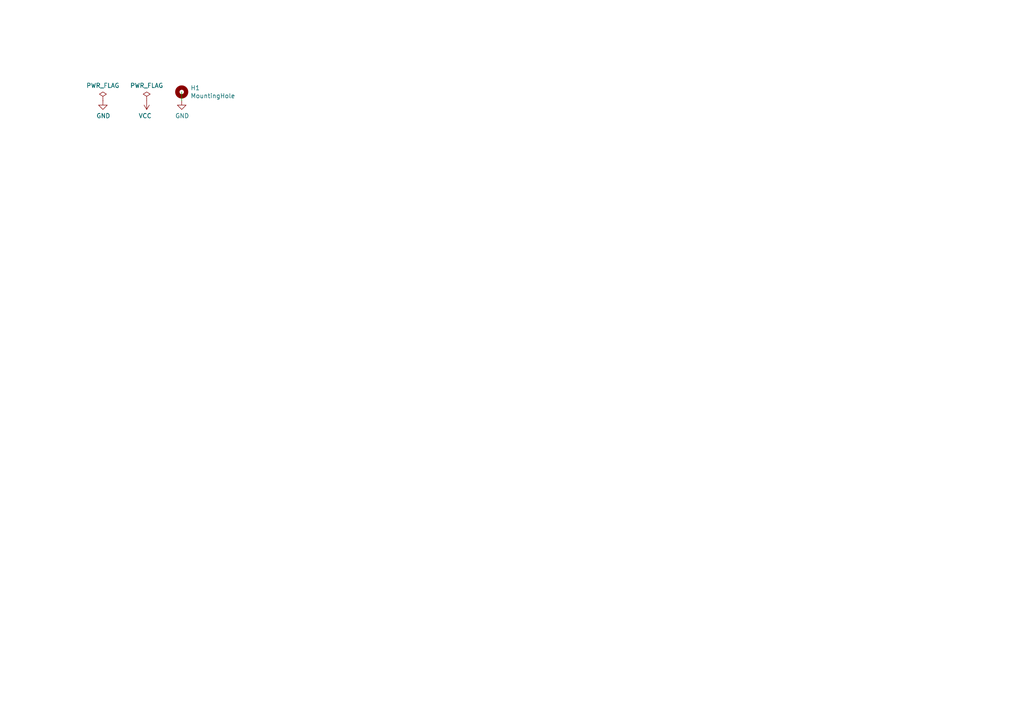
<source format=kicad_sch>
(kicad_sch (version 20211123) (generator eeschema)

  (uuid e63e39d7-6ac0-4ffd-8aa3-1841a4541b55)

  (paper "A4")

  (lib_symbols
    (symbol "Mechanical:MountingHole" (pin_names (offset 1.016)) (in_bom yes) (on_board yes)
      (property "Reference" "H" (id 0) (at 0 5.08 0)
        (effects (font (size 1.27 1.27)))
      )
      (property "Value" "MountingHole" (id 1) (at 0 3.175 0)
        (effects (font (size 1.27 1.27)))
      )
      (property "Footprint" "" (id 2) (at 0 0 0)
        (effects (font (size 1.27 1.27)) hide)
      )
      (property "Datasheet" "~" (id 3) (at 0 0 0)
        (effects (font (size 1.27 1.27)) hide)
      )
      (property "ki_keywords" "mounting hole" (id 4) (at 0 0 0)
        (effects (font (size 1.27 1.27)) hide)
      )
      (property "ki_description" "Mounting Hole without connection" (id 5) (at 0 0 0)
        (effects (font (size 1.27 1.27)) hide)
      )
      (property "ki_fp_filters" "MountingHole*" (id 6) (at 0 0 0)
        (effects (font (size 1.27 1.27)) hide)
      )
      (symbol "MountingHole_0_1"
        (circle (center 0 0) (radius 1.27)
          (stroke (width 1.27) (type default) (color 0 0 0 0))
          (fill (type none))
        )
      )
    )
    (symbol "power:GND" (power) (pin_names (offset 0)) (in_bom yes) (on_board yes)
      (property "Reference" "#PWR" (id 0) (at 0 -6.35 0)
        (effects (font (size 1.27 1.27)) hide)
      )
      (property "Value" "GND" (id 1) (at 0 -3.81 0)
        (effects (font (size 1.27 1.27)))
      )
      (property "Footprint" "" (id 2) (at 0 0 0)
        (effects (font (size 1.27 1.27)) hide)
      )
      (property "Datasheet" "" (id 3) (at 0 0 0)
        (effects (font (size 1.27 1.27)) hide)
      )
      (property "ki_keywords" "power-flag" (id 4) (at 0 0 0)
        (effects (font (size 1.27 1.27)) hide)
      )
      (property "ki_description" "Power symbol creates a global label with name \"GND\" , ground" (id 5) (at 0 0 0)
        (effects (font (size 1.27 1.27)) hide)
      )
      (symbol "GND_0_1"
        (polyline
          (pts
            (xy 0 0)
            (xy 0 -1.27)
            (xy 1.27 -1.27)
            (xy 0 -2.54)
            (xy -1.27 -1.27)
            (xy 0 -1.27)
          )
          (stroke (width 0) (type default) (color 0 0 0 0))
          (fill (type none))
        )
      )
      (symbol "GND_1_1"
        (pin power_in line (at 0 0 270) (length 0) hide
          (name "GND" (effects (font (size 1.27 1.27))))
          (number "1" (effects (font (size 1.27 1.27))))
        )
      )
    )
    (symbol "power:PWR_FLAG" (power) (pin_numbers hide) (pin_names (offset 0) hide) (in_bom yes) (on_board yes)
      (property "Reference" "#FLG" (id 0) (at 0 1.905 0)
        (effects (font (size 1.27 1.27)) hide)
      )
      (property "Value" "PWR_FLAG" (id 1) (at 0 3.81 0)
        (effects (font (size 1.27 1.27)))
      )
      (property "Footprint" "" (id 2) (at 0 0 0)
        (effects (font (size 1.27 1.27)) hide)
      )
      (property "Datasheet" "~" (id 3) (at 0 0 0)
        (effects (font (size 1.27 1.27)) hide)
      )
      (property "ki_keywords" "power-flag" (id 4) (at 0 0 0)
        (effects (font (size 1.27 1.27)) hide)
      )
      (property "ki_description" "Special symbol for telling ERC where power comes from" (id 5) (at 0 0 0)
        (effects (font (size 1.27 1.27)) hide)
      )
      (symbol "PWR_FLAG_0_0"
        (pin power_out line (at 0 0 90) (length 0)
          (name "pwr" (effects (font (size 1.27 1.27))))
          (number "1" (effects (font (size 1.27 1.27))))
        )
      )
      (symbol "PWR_FLAG_0_1"
        (polyline
          (pts
            (xy 0 0)
            (xy 0 1.27)
            (xy -1.016 1.905)
            (xy 0 2.54)
            (xy 1.016 1.905)
            (xy 0 1.27)
          )
          (stroke (width 0) (type default) (color 0 0 0 0))
          (fill (type none))
        )
      )
    )
    (symbol "power:VCC" (power) (pin_names (offset 0)) (in_bom yes) (on_board yes)
      (property "Reference" "#PWR" (id 0) (at 0 -3.81 0)
        (effects (font (size 1.27 1.27)) hide)
      )
      (property "Value" "VCC" (id 1) (at 0 3.81 0)
        (effects (font (size 1.27 1.27)))
      )
      (property "Footprint" "" (id 2) (at 0 0 0)
        (effects (font (size 1.27 1.27)) hide)
      )
      (property "Datasheet" "" (id 3) (at 0 0 0)
        (effects (font (size 1.27 1.27)) hide)
      )
      (property "ki_keywords" "power-flag" (id 4) (at 0 0 0)
        (effects (font (size 1.27 1.27)) hide)
      )
      (property "ki_description" "Power symbol creates a global label with name \"VCC\"" (id 5) (at 0 0 0)
        (effects (font (size 1.27 1.27)) hide)
      )
      (symbol "VCC_0_1"
        (polyline
          (pts
            (xy -0.762 1.27)
            (xy 0 2.54)
          )
          (stroke (width 0) (type default) (color 0 0 0 0))
          (fill (type none))
        )
        (polyline
          (pts
            (xy 0 0)
            (xy 0 2.54)
          )
          (stroke (width 0) (type default) (color 0 0 0 0))
          (fill (type none))
        )
        (polyline
          (pts
            (xy 0 2.54)
            (xy 0.762 1.27)
          )
          (stroke (width 0) (type default) (color 0 0 0 0))
          (fill (type none))
        )
      )
      (symbol "VCC_1_1"
        (pin power_in line (at 0 0 90) (length 0) hide
          (name "VCC" (effects (font (size 1.27 1.27))))
          (number "1" (effects (font (size 1.27 1.27))))
        )
      )
    )
  )


  (wire (pts (xy 52.705 26.67) (xy 52.705 29.21))
    (stroke (width 0) (type default) (color 0 0 0 0))
    (uuid 3a52f112-cb97-43db-aaeb-20afe27664d7)
  )

  (symbol (lib_id "power:PWR_FLAG") (at 42.545 29.21 0) (unit 1)
    (in_bom yes) (on_board yes)
    (uuid 25e5aa8e-2696-44a3-8d3c-c2c53f2923cf)
    (property "Reference" "#FLG02" (id 0) (at 42.545 27.305 0)
      (effects (font (size 1.27 1.27)) hide)
    )
    (property "Value" "PWR_FLAG" (id 1) (at 42.545 24.8158 0))
    (property "Footprint" "" (id 2) (at 42.545 29.21 0)
      (effects (font (size 1.27 1.27)) hide)
    )
    (property "Datasheet" "~" (id 3) (at 42.545 29.21 0)
      (effects (font (size 1.27 1.27)) hide)
    )
    (pin "1" (uuid a24ddb4f-c217-42ca-b6cb-d12da84fb2b9))
  )

  (symbol (lib_id "power:VCC") (at 42.545 29.21 180) (unit 1)
    (in_bom yes) (on_board yes)
    (uuid 4a850cb6-bb24-4274-a902-e49f34f0a0e3)
    (property "Reference" "#PWR02" (id 0) (at 42.545 25.4 0)
      (effects (font (size 1.27 1.27)) hide)
    )
    (property "Value" "VCC" (id 1) (at 42.0878 33.6042 0))
    (property "Footprint" "" (id 2) (at 42.545 29.21 0)
      (effects (font (size 1.27 1.27)) hide)
    )
    (property "Datasheet" "" (id 3) (at 42.545 29.21 0)
      (effects (font (size 1.27 1.27)) hide)
    )
    (pin "1" (uuid e5203297-b913-4288-a576-12a92185cb52))
  )

  (symbol (lib_id "power:GND") (at 52.705 29.21 0) (unit 1)
    (in_bom yes) (on_board yes)
    (uuid 5edcefbe-9766-42c8-9529-28d0ec865573)
    (property "Reference" "#PWR03" (id 0) (at 52.705 35.56 0)
      (effects (font (size 1.27 1.27)) hide)
    )
    (property "Value" "GND" (id 1) (at 52.832 33.6042 0))
    (property "Footprint" "" (id 2) (at 52.705 29.21 0)
      (effects (font (size 1.27 1.27)) hide)
    )
    (property "Datasheet" "" (id 3) (at 52.705 29.21 0)
      (effects (font (size 1.27 1.27)) hide)
    )
    (pin "1" (uuid ec5c2062-3a41-4636-8803-069e60a1641a))
  )

  (symbol (lib_id "Mechanical:MountingHole") (at 52.705 26.67 0) (unit 1)
    (in_bom yes) (on_board yes)
    (uuid 5fc9acb6-6dbb-4598-825b-4b9e7c4c67c4)
    (property "Reference" "H1" (id 0) (at 55.245 25.5016 0)
      (effects (font (size 1.27 1.27)) (justify left))
    )
    (property "Value" "MountingHole" (id 1) (at 55.245 27.813 0)
      (effects (font (size 1.27 1.27)) (justify left))
    )
    (property "Footprint" "MountingHole:MountingHole_2.2mm_M2_ISO14580_Pad" (id 2) (at 52.705 26.67 0)
      (effects (font (size 1.27 1.27)) hide)
    )
    (property "Datasheet" "~" (id 3) (at 52.705 26.67 0)
      (effects (font (size 1.27 1.27)) hide)
    )
  )

  (symbol (lib_id "power:GND") (at 29.845 29.21 0) (unit 1)
    (in_bom yes) (on_board yes)
    (uuid 88668202-3f0b-4d07-84d4-dcd790f57272)
    (property "Reference" "#PWR01" (id 0) (at 29.845 35.56 0)
      (effects (font (size 1.27 1.27)) hide)
    )
    (property "Value" "GND" (id 1) (at 29.972 33.6042 0))
    (property "Footprint" "" (id 2) (at 29.845 29.21 0)
      (effects (font (size 1.27 1.27)) hide)
    )
    (property "Datasheet" "" (id 3) (at 29.845 29.21 0)
      (effects (font (size 1.27 1.27)) hide)
    )
    (pin "1" (uuid 37f31dec-63fc-4634-a141-5dc5d2b60fe4))
  )

  (symbol (lib_id "power:PWR_FLAG") (at 29.845 29.21 0) (unit 1)
    (in_bom yes) (on_board yes)
    (uuid e3fc1e69-a11c-4c84-8952-fefb9372474e)
    (property "Reference" "#FLG01" (id 0) (at 29.845 27.305 0)
      (effects (font (size 1.27 1.27)) hide)
    )
    (property "Value" "PWR_FLAG" (id 1) (at 29.845 24.8158 0))
    (property "Footprint" "" (id 2) (at 29.845 29.21 0)
      (effects (font (size 1.27 1.27)) hide)
    )
    (property "Datasheet" "~" (id 3) (at 29.845 29.21 0)
      (effects (font (size 1.27 1.27)) hide)
    )
    (pin "1" (uuid 597a11f2-5d2c-4a65-ac95-38ad106e1367))
  )

  (sheet_instances
    (path "/" (page "1"))
  )

  (symbol_instances
    (path "/e3fc1e69-a11c-4c84-8952-fefb9372474e"
      (reference "#FLG01") (unit 1) (value "PWR_FLAG") (footprint "")
    )
    (path "/25e5aa8e-2696-44a3-8d3c-c2c53f2923cf"
      (reference "#FLG02") (unit 1) (value "PWR_FLAG") (footprint "")
    )
    (path "/88668202-3f0b-4d07-84d4-dcd790f57272"
      (reference "#PWR01") (unit 1) (value "GND") (footprint "")
    )
    (path "/4a850cb6-bb24-4274-a902-e49f34f0a0e3"
      (reference "#PWR02") (unit 1) (value "VCC") (footprint "")
    )
    (path "/5edcefbe-9766-42c8-9529-28d0ec865573"
      (reference "#PWR03") (unit 1) (value "GND") (footprint "")
    )
    (path "/5fc9acb6-6dbb-4598-825b-4b9e7c4c67c4"
      (reference "H1") (unit 1) (value "MountingHole") (footprint "MountingHole:MountingHole_2.2mm_M2_ISO14580_Pad")
    )
  )
)

</source>
